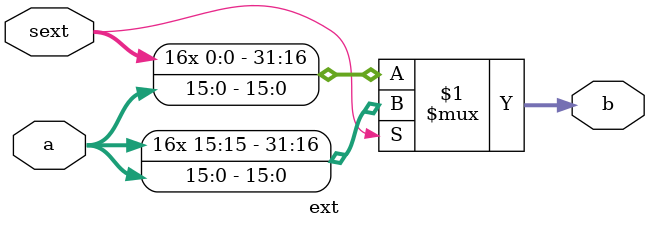
<source format=v>
`timescale 1ns / 1ps
module ext #(parameter WIDTH = 16)(
       input [WIDTH - 1:0] a, //ÊäÈëÊý¾Ý£¬Êý¾Ý¿í¶È¿ÉÒÔ¸ù¾ÝÐèÒª×ÔÐÐ¶¨Òå
       input sext, //sext ÓÐÐ§Îª·ûºÅÀ©Õ¹£¬·ñÔò0 À©Õ¹
       output [31:0] b //32 Î»Êä³öÊý¾Ý£¬
       );
       assign b = sext? {{32-WIDTH{a[WIDTH-1]}},a}:{{32-WIDTH{sext}},a};
endmodule

</source>
